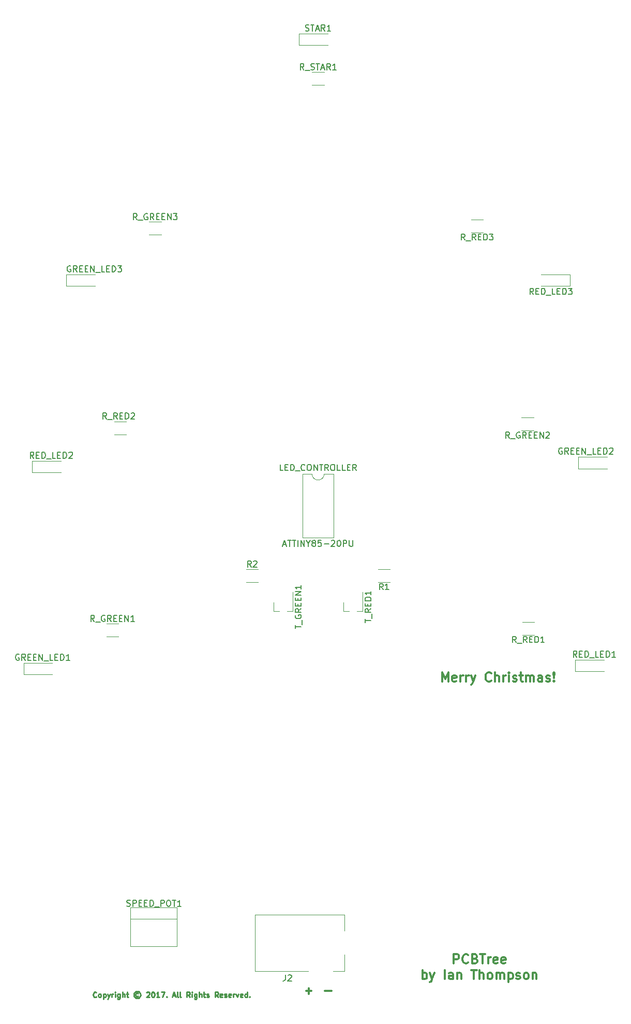
<source format=gbr>
G04 #@! TF.FileFunction,Legend,Top*
%FSLAX46Y46*%
G04 Gerber Fmt 4.6, Leading zero omitted, Abs format (unit mm)*
G04 Created by KiCad (PCBNEW 4.0.6) date Monday, November 13, 2017 'PMt' 07:08:10 PM*
%MOMM*%
%LPD*%
G01*
G04 APERTURE LIST*
%ADD10C,0.100000*%
%ADD11C,0.212500*%
%ADD12C,0.300000*%
%ADD13C,0.120000*%
%ADD14C,0.150000*%
G04 APERTURE END LIST*
D10*
D11*
X58956238Y-181876571D02*
X58915762Y-181917048D01*
X58794333Y-181957524D01*
X58713381Y-181957524D01*
X58591953Y-181917048D01*
X58511000Y-181836095D01*
X58470524Y-181755143D01*
X58430048Y-181593238D01*
X58430048Y-181471810D01*
X58470524Y-181309905D01*
X58511000Y-181228952D01*
X58591953Y-181148000D01*
X58713381Y-181107524D01*
X58794333Y-181107524D01*
X58915762Y-181148000D01*
X58956238Y-181188476D01*
X59441953Y-181957524D02*
X59361000Y-181917048D01*
X59320524Y-181876571D01*
X59280048Y-181795619D01*
X59280048Y-181552762D01*
X59320524Y-181471810D01*
X59361000Y-181431333D01*
X59441953Y-181390857D01*
X59563381Y-181390857D01*
X59644333Y-181431333D01*
X59684810Y-181471810D01*
X59725286Y-181552762D01*
X59725286Y-181795619D01*
X59684810Y-181876571D01*
X59644333Y-181917048D01*
X59563381Y-181957524D01*
X59441953Y-181957524D01*
X60089572Y-181390857D02*
X60089572Y-182240857D01*
X60089572Y-181431333D02*
X60170524Y-181390857D01*
X60332429Y-181390857D01*
X60413381Y-181431333D01*
X60453858Y-181471810D01*
X60494334Y-181552762D01*
X60494334Y-181795619D01*
X60453858Y-181876571D01*
X60413381Y-181917048D01*
X60332429Y-181957524D01*
X60170524Y-181957524D01*
X60089572Y-181917048D01*
X60777668Y-181390857D02*
X60980049Y-181957524D01*
X61182429Y-181390857D02*
X60980049Y-181957524D01*
X60899096Y-182159905D01*
X60858620Y-182200381D01*
X60777668Y-182240857D01*
X61506239Y-181957524D02*
X61506239Y-181390857D01*
X61506239Y-181552762D02*
X61546715Y-181471810D01*
X61587191Y-181431333D01*
X61668144Y-181390857D01*
X61749096Y-181390857D01*
X62032429Y-181957524D02*
X62032429Y-181390857D01*
X62032429Y-181107524D02*
X61991953Y-181148000D01*
X62032429Y-181188476D01*
X62072905Y-181148000D01*
X62032429Y-181107524D01*
X62032429Y-181188476D01*
X62801477Y-181390857D02*
X62801477Y-182078952D01*
X62761000Y-182159905D01*
X62720524Y-182200381D01*
X62639572Y-182240857D01*
X62518143Y-182240857D01*
X62437191Y-182200381D01*
X62801477Y-181917048D02*
X62720524Y-181957524D01*
X62558620Y-181957524D01*
X62477667Y-181917048D01*
X62437191Y-181876571D01*
X62396715Y-181795619D01*
X62396715Y-181552762D01*
X62437191Y-181471810D01*
X62477667Y-181431333D01*
X62558620Y-181390857D01*
X62720524Y-181390857D01*
X62801477Y-181431333D01*
X63206239Y-181957524D02*
X63206239Y-181107524D01*
X63570525Y-181957524D02*
X63570525Y-181512286D01*
X63530048Y-181431333D01*
X63449096Y-181390857D01*
X63327668Y-181390857D01*
X63246715Y-181431333D01*
X63206239Y-181471810D01*
X63853858Y-181390857D02*
X64177668Y-181390857D01*
X63975287Y-181107524D02*
X63975287Y-181836095D01*
X64015763Y-181917048D01*
X64096716Y-181957524D01*
X64177668Y-181957524D01*
X65796715Y-181309905D02*
X65715763Y-181269429D01*
X65553858Y-181269429D01*
X65472906Y-181309905D01*
X65391953Y-181390857D01*
X65351477Y-181471810D01*
X65351477Y-181633714D01*
X65391953Y-181714667D01*
X65472906Y-181795619D01*
X65553858Y-181836095D01*
X65715763Y-181836095D01*
X65796715Y-181795619D01*
X65634810Y-180986095D02*
X65432429Y-181026571D01*
X65230049Y-181148000D01*
X65108620Y-181350381D01*
X65068144Y-181552762D01*
X65108620Y-181755143D01*
X65230049Y-181957524D01*
X65432429Y-182078952D01*
X65634810Y-182119429D01*
X65837191Y-182078952D01*
X66039572Y-181957524D01*
X66161001Y-181755143D01*
X66201477Y-181552762D01*
X66161001Y-181350381D01*
X66039572Y-181148000D01*
X65837191Y-181026571D01*
X65634810Y-180986095D01*
X67172906Y-181188476D02*
X67213382Y-181148000D01*
X67294334Y-181107524D01*
X67496715Y-181107524D01*
X67577668Y-181148000D01*
X67618144Y-181188476D01*
X67658620Y-181269429D01*
X67658620Y-181350381D01*
X67618144Y-181471810D01*
X67132430Y-181957524D01*
X67658620Y-181957524D01*
X68184811Y-181107524D02*
X68265763Y-181107524D01*
X68346715Y-181148000D01*
X68387192Y-181188476D01*
X68427668Y-181269429D01*
X68468144Y-181431333D01*
X68468144Y-181633714D01*
X68427668Y-181795619D01*
X68387192Y-181876571D01*
X68346715Y-181917048D01*
X68265763Y-181957524D01*
X68184811Y-181957524D01*
X68103858Y-181917048D01*
X68063382Y-181876571D01*
X68022906Y-181795619D01*
X67982430Y-181633714D01*
X67982430Y-181431333D01*
X68022906Y-181269429D01*
X68063382Y-181188476D01*
X68103858Y-181148000D01*
X68184811Y-181107524D01*
X69277668Y-181957524D02*
X68791954Y-181957524D01*
X69034811Y-181957524D02*
X69034811Y-181107524D01*
X68953859Y-181228952D01*
X68872906Y-181309905D01*
X68791954Y-181350381D01*
X69561002Y-181107524D02*
X70127668Y-181107524D01*
X69763383Y-181957524D01*
X70451478Y-181876571D02*
X70491954Y-181917048D01*
X70451478Y-181957524D01*
X70411002Y-181917048D01*
X70451478Y-181876571D01*
X70451478Y-181957524D01*
X71463383Y-181714667D02*
X71868145Y-181714667D01*
X71382430Y-181957524D02*
X71665764Y-181107524D01*
X71949097Y-181957524D01*
X72353859Y-181957524D02*
X72272906Y-181917048D01*
X72232430Y-181836095D01*
X72232430Y-181107524D01*
X72799097Y-181957524D02*
X72718144Y-181917048D01*
X72677668Y-181836095D01*
X72677668Y-181107524D01*
X74256239Y-181957524D02*
X73972906Y-181552762D01*
X73770525Y-181957524D02*
X73770525Y-181107524D01*
X74094334Y-181107524D01*
X74175287Y-181148000D01*
X74215763Y-181188476D01*
X74256239Y-181269429D01*
X74256239Y-181390857D01*
X74215763Y-181471810D01*
X74175287Y-181512286D01*
X74094334Y-181552762D01*
X73770525Y-181552762D01*
X74620525Y-181957524D02*
X74620525Y-181390857D01*
X74620525Y-181107524D02*
X74580049Y-181148000D01*
X74620525Y-181188476D01*
X74661001Y-181148000D01*
X74620525Y-181107524D01*
X74620525Y-181188476D01*
X75389573Y-181390857D02*
X75389573Y-182078952D01*
X75349096Y-182159905D01*
X75308620Y-182200381D01*
X75227668Y-182240857D01*
X75106239Y-182240857D01*
X75025287Y-182200381D01*
X75389573Y-181917048D02*
X75308620Y-181957524D01*
X75146716Y-181957524D01*
X75065763Y-181917048D01*
X75025287Y-181876571D01*
X74984811Y-181795619D01*
X74984811Y-181552762D01*
X75025287Y-181471810D01*
X75065763Y-181431333D01*
X75146716Y-181390857D01*
X75308620Y-181390857D01*
X75389573Y-181431333D01*
X75794335Y-181957524D02*
X75794335Y-181107524D01*
X76158621Y-181957524D02*
X76158621Y-181512286D01*
X76118144Y-181431333D01*
X76037192Y-181390857D01*
X75915764Y-181390857D01*
X75834811Y-181431333D01*
X75794335Y-181471810D01*
X76441954Y-181390857D02*
X76765764Y-181390857D01*
X76563383Y-181107524D02*
X76563383Y-181836095D01*
X76603859Y-181917048D01*
X76684812Y-181957524D01*
X76765764Y-181957524D01*
X77008621Y-181917048D02*
X77089573Y-181957524D01*
X77251478Y-181957524D01*
X77332430Y-181917048D01*
X77372906Y-181836095D01*
X77372906Y-181795619D01*
X77332430Y-181714667D01*
X77251478Y-181674190D01*
X77130049Y-181674190D01*
X77049097Y-181633714D01*
X77008621Y-181552762D01*
X77008621Y-181512286D01*
X77049097Y-181431333D01*
X77130049Y-181390857D01*
X77251478Y-181390857D01*
X77332430Y-181431333D01*
X78870525Y-181957524D02*
X78587192Y-181552762D01*
X78384811Y-181957524D02*
X78384811Y-181107524D01*
X78708620Y-181107524D01*
X78789573Y-181148000D01*
X78830049Y-181188476D01*
X78870525Y-181269429D01*
X78870525Y-181390857D01*
X78830049Y-181471810D01*
X78789573Y-181512286D01*
X78708620Y-181552762D01*
X78384811Y-181552762D01*
X79558620Y-181917048D02*
X79477668Y-181957524D01*
X79315763Y-181957524D01*
X79234811Y-181917048D01*
X79194335Y-181836095D01*
X79194335Y-181512286D01*
X79234811Y-181431333D01*
X79315763Y-181390857D01*
X79477668Y-181390857D01*
X79558620Y-181431333D01*
X79599097Y-181512286D01*
X79599097Y-181593238D01*
X79194335Y-181674190D01*
X79922906Y-181917048D02*
X80003858Y-181957524D01*
X80165763Y-181957524D01*
X80246715Y-181917048D01*
X80287191Y-181836095D01*
X80287191Y-181795619D01*
X80246715Y-181714667D01*
X80165763Y-181674190D01*
X80044334Y-181674190D01*
X79963382Y-181633714D01*
X79922906Y-181552762D01*
X79922906Y-181512286D01*
X79963382Y-181431333D01*
X80044334Y-181390857D01*
X80165763Y-181390857D01*
X80246715Y-181431333D01*
X80975286Y-181917048D02*
X80894334Y-181957524D01*
X80732429Y-181957524D01*
X80651477Y-181917048D01*
X80611001Y-181836095D01*
X80611001Y-181512286D01*
X80651477Y-181431333D01*
X80732429Y-181390857D01*
X80894334Y-181390857D01*
X80975286Y-181431333D01*
X81015763Y-181512286D01*
X81015763Y-181593238D01*
X80611001Y-181674190D01*
X81380048Y-181957524D02*
X81380048Y-181390857D01*
X81380048Y-181552762D02*
X81420524Y-181471810D01*
X81461000Y-181431333D01*
X81541953Y-181390857D01*
X81622905Y-181390857D01*
X81825286Y-181390857D02*
X82027667Y-181957524D01*
X82230047Y-181390857D01*
X82877666Y-181917048D02*
X82796714Y-181957524D01*
X82634809Y-181957524D01*
X82553857Y-181917048D01*
X82513381Y-181836095D01*
X82513381Y-181512286D01*
X82553857Y-181431333D01*
X82634809Y-181390857D01*
X82796714Y-181390857D01*
X82877666Y-181431333D01*
X82918143Y-181512286D01*
X82918143Y-181593238D01*
X82513381Y-181674190D01*
X83646714Y-181957524D02*
X83646714Y-181107524D01*
X83646714Y-181917048D02*
X83565761Y-181957524D01*
X83403857Y-181957524D01*
X83322904Y-181917048D01*
X83282428Y-181876571D01*
X83241952Y-181795619D01*
X83241952Y-181552762D01*
X83282428Y-181471810D01*
X83322904Y-181431333D01*
X83403857Y-181390857D01*
X83565761Y-181390857D01*
X83646714Y-181431333D01*
X84051476Y-181876571D02*
X84091952Y-181917048D01*
X84051476Y-181957524D01*
X84011000Y-181917048D01*
X84051476Y-181876571D01*
X84051476Y-181957524D01*
D12*
X96329572Y-180955143D02*
X97472429Y-180955143D01*
X93268857Y-180933714D02*
X94183143Y-180933714D01*
X93726000Y-181390857D02*
X93726000Y-180476571D01*
X117451715Y-176441571D02*
X117451715Y-174941571D01*
X118023143Y-174941571D01*
X118166001Y-175013000D01*
X118237429Y-175084429D01*
X118308858Y-175227286D01*
X118308858Y-175441571D01*
X118237429Y-175584429D01*
X118166001Y-175655857D01*
X118023143Y-175727286D01*
X117451715Y-175727286D01*
X119808858Y-176298714D02*
X119737429Y-176370143D01*
X119523143Y-176441571D01*
X119380286Y-176441571D01*
X119166001Y-176370143D01*
X119023143Y-176227286D01*
X118951715Y-176084429D01*
X118880286Y-175798714D01*
X118880286Y-175584429D01*
X118951715Y-175298714D01*
X119023143Y-175155857D01*
X119166001Y-175013000D01*
X119380286Y-174941571D01*
X119523143Y-174941571D01*
X119737429Y-175013000D01*
X119808858Y-175084429D01*
X120951715Y-175655857D02*
X121166001Y-175727286D01*
X121237429Y-175798714D01*
X121308858Y-175941571D01*
X121308858Y-176155857D01*
X121237429Y-176298714D01*
X121166001Y-176370143D01*
X121023143Y-176441571D01*
X120451715Y-176441571D01*
X120451715Y-174941571D01*
X120951715Y-174941571D01*
X121094572Y-175013000D01*
X121166001Y-175084429D01*
X121237429Y-175227286D01*
X121237429Y-175370143D01*
X121166001Y-175513000D01*
X121094572Y-175584429D01*
X120951715Y-175655857D01*
X120451715Y-175655857D01*
X121737429Y-174941571D02*
X122594572Y-174941571D01*
X122166001Y-176441571D02*
X122166001Y-174941571D01*
X123094572Y-176441571D02*
X123094572Y-175441571D01*
X123094572Y-175727286D02*
X123166000Y-175584429D01*
X123237429Y-175513000D01*
X123380286Y-175441571D01*
X123523143Y-175441571D01*
X124594571Y-176370143D02*
X124451714Y-176441571D01*
X124166000Y-176441571D01*
X124023143Y-176370143D01*
X123951714Y-176227286D01*
X123951714Y-175655857D01*
X124023143Y-175513000D01*
X124166000Y-175441571D01*
X124451714Y-175441571D01*
X124594571Y-175513000D01*
X124666000Y-175655857D01*
X124666000Y-175798714D01*
X123951714Y-175941571D01*
X125880285Y-176370143D02*
X125737428Y-176441571D01*
X125451714Y-176441571D01*
X125308857Y-176370143D01*
X125237428Y-176227286D01*
X125237428Y-175655857D01*
X125308857Y-175513000D01*
X125451714Y-175441571D01*
X125737428Y-175441571D01*
X125880285Y-175513000D01*
X125951714Y-175655857D01*
X125951714Y-175798714D01*
X125237428Y-175941571D01*
X112344571Y-178991571D02*
X112344571Y-177491571D01*
X112344571Y-178063000D02*
X112487428Y-177991571D01*
X112773142Y-177991571D01*
X112915999Y-178063000D01*
X112987428Y-178134429D01*
X113058857Y-178277286D01*
X113058857Y-178705857D01*
X112987428Y-178848714D01*
X112915999Y-178920143D01*
X112773142Y-178991571D01*
X112487428Y-178991571D01*
X112344571Y-178920143D01*
X113558857Y-177991571D02*
X113916000Y-178991571D01*
X114273142Y-177991571D02*
X113916000Y-178991571D01*
X113773142Y-179348714D01*
X113701714Y-179420143D01*
X113558857Y-179491571D01*
X115987428Y-178991571D02*
X115987428Y-177491571D01*
X117344571Y-178991571D02*
X117344571Y-178205857D01*
X117273142Y-178063000D01*
X117130285Y-177991571D01*
X116844571Y-177991571D01*
X116701714Y-178063000D01*
X117344571Y-178920143D02*
X117201714Y-178991571D01*
X116844571Y-178991571D01*
X116701714Y-178920143D01*
X116630285Y-178777286D01*
X116630285Y-178634429D01*
X116701714Y-178491571D01*
X116844571Y-178420143D01*
X117201714Y-178420143D01*
X117344571Y-178348714D01*
X118058857Y-177991571D02*
X118058857Y-178991571D01*
X118058857Y-178134429D02*
X118130285Y-178063000D01*
X118273143Y-177991571D01*
X118487428Y-177991571D01*
X118630285Y-178063000D01*
X118701714Y-178205857D01*
X118701714Y-178991571D01*
X120344571Y-177491571D02*
X121201714Y-177491571D01*
X120773143Y-178991571D02*
X120773143Y-177491571D01*
X121701714Y-178991571D02*
X121701714Y-177491571D01*
X122344571Y-178991571D02*
X122344571Y-178205857D01*
X122273142Y-178063000D01*
X122130285Y-177991571D01*
X121916000Y-177991571D01*
X121773142Y-178063000D01*
X121701714Y-178134429D01*
X123273143Y-178991571D02*
X123130285Y-178920143D01*
X123058857Y-178848714D01*
X122987428Y-178705857D01*
X122987428Y-178277286D01*
X123058857Y-178134429D01*
X123130285Y-178063000D01*
X123273143Y-177991571D01*
X123487428Y-177991571D01*
X123630285Y-178063000D01*
X123701714Y-178134429D01*
X123773143Y-178277286D01*
X123773143Y-178705857D01*
X123701714Y-178848714D01*
X123630285Y-178920143D01*
X123487428Y-178991571D01*
X123273143Y-178991571D01*
X124416000Y-178991571D02*
X124416000Y-177991571D01*
X124416000Y-178134429D02*
X124487428Y-178063000D01*
X124630286Y-177991571D01*
X124844571Y-177991571D01*
X124987428Y-178063000D01*
X125058857Y-178205857D01*
X125058857Y-178991571D01*
X125058857Y-178205857D02*
X125130286Y-178063000D01*
X125273143Y-177991571D01*
X125487428Y-177991571D01*
X125630286Y-178063000D01*
X125701714Y-178205857D01*
X125701714Y-178991571D01*
X126416000Y-177991571D02*
X126416000Y-179491571D01*
X126416000Y-178063000D02*
X126558857Y-177991571D01*
X126844571Y-177991571D01*
X126987428Y-178063000D01*
X127058857Y-178134429D01*
X127130286Y-178277286D01*
X127130286Y-178705857D01*
X127058857Y-178848714D01*
X126987428Y-178920143D01*
X126844571Y-178991571D01*
X126558857Y-178991571D01*
X126416000Y-178920143D01*
X127701714Y-178920143D02*
X127844571Y-178991571D01*
X128130286Y-178991571D01*
X128273143Y-178920143D01*
X128344571Y-178777286D01*
X128344571Y-178705857D01*
X128273143Y-178563000D01*
X128130286Y-178491571D01*
X127916000Y-178491571D01*
X127773143Y-178420143D01*
X127701714Y-178277286D01*
X127701714Y-178205857D01*
X127773143Y-178063000D01*
X127916000Y-177991571D01*
X128130286Y-177991571D01*
X128273143Y-178063000D01*
X129201715Y-178991571D02*
X129058857Y-178920143D01*
X128987429Y-178848714D01*
X128916000Y-178705857D01*
X128916000Y-178277286D01*
X128987429Y-178134429D01*
X129058857Y-178063000D01*
X129201715Y-177991571D01*
X129416000Y-177991571D01*
X129558857Y-178063000D01*
X129630286Y-178134429D01*
X129701715Y-178277286D01*
X129701715Y-178705857D01*
X129630286Y-178848714D01*
X129558857Y-178920143D01*
X129416000Y-178991571D01*
X129201715Y-178991571D01*
X130344572Y-177991571D02*
X130344572Y-178991571D01*
X130344572Y-178134429D02*
X130416000Y-178063000D01*
X130558858Y-177991571D01*
X130773143Y-177991571D01*
X130916000Y-178063000D01*
X130987429Y-178205857D01*
X130987429Y-178991571D01*
X115571143Y-130345571D02*
X115571143Y-128845571D01*
X116071143Y-129917000D01*
X116571143Y-128845571D01*
X116571143Y-130345571D01*
X117856857Y-130274143D02*
X117714000Y-130345571D01*
X117428286Y-130345571D01*
X117285429Y-130274143D01*
X117214000Y-130131286D01*
X117214000Y-129559857D01*
X117285429Y-129417000D01*
X117428286Y-129345571D01*
X117714000Y-129345571D01*
X117856857Y-129417000D01*
X117928286Y-129559857D01*
X117928286Y-129702714D01*
X117214000Y-129845571D01*
X118571143Y-130345571D02*
X118571143Y-129345571D01*
X118571143Y-129631286D02*
X118642571Y-129488429D01*
X118714000Y-129417000D01*
X118856857Y-129345571D01*
X118999714Y-129345571D01*
X119499714Y-130345571D02*
X119499714Y-129345571D01*
X119499714Y-129631286D02*
X119571142Y-129488429D01*
X119642571Y-129417000D01*
X119785428Y-129345571D01*
X119928285Y-129345571D01*
X120285428Y-129345571D02*
X120642571Y-130345571D01*
X120999713Y-129345571D02*
X120642571Y-130345571D01*
X120499713Y-130702714D01*
X120428285Y-130774143D01*
X120285428Y-130845571D01*
X123571142Y-130202714D02*
X123499713Y-130274143D01*
X123285427Y-130345571D01*
X123142570Y-130345571D01*
X122928285Y-130274143D01*
X122785427Y-130131286D01*
X122713999Y-129988429D01*
X122642570Y-129702714D01*
X122642570Y-129488429D01*
X122713999Y-129202714D01*
X122785427Y-129059857D01*
X122928285Y-128917000D01*
X123142570Y-128845571D01*
X123285427Y-128845571D01*
X123499713Y-128917000D01*
X123571142Y-128988429D01*
X124213999Y-130345571D02*
X124213999Y-128845571D01*
X124856856Y-130345571D02*
X124856856Y-129559857D01*
X124785427Y-129417000D01*
X124642570Y-129345571D01*
X124428285Y-129345571D01*
X124285427Y-129417000D01*
X124213999Y-129488429D01*
X125571142Y-130345571D02*
X125571142Y-129345571D01*
X125571142Y-129631286D02*
X125642570Y-129488429D01*
X125713999Y-129417000D01*
X125856856Y-129345571D01*
X125999713Y-129345571D01*
X126499713Y-130345571D02*
X126499713Y-129345571D01*
X126499713Y-128845571D02*
X126428284Y-128917000D01*
X126499713Y-128988429D01*
X126571141Y-128917000D01*
X126499713Y-128845571D01*
X126499713Y-128988429D01*
X127142570Y-130274143D02*
X127285427Y-130345571D01*
X127571142Y-130345571D01*
X127713999Y-130274143D01*
X127785427Y-130131286D01*
X127785427Y-130059857D01*
X127713999Y-129917000D01*
X127571142Y-129845571D01*
X127356856Y-129845571D01*
X127213999Y-129774143D01*
X127142570Y-129631286D01*
X127142570Y-129559857D01*
X127213999Y-129417000D01*
X127356856Y-129345571D01*
X127571142Y-129345571D01*
X127713999Y-129417000D01*
X128213999Y-129345571D02*
X128785428Y-129345571D01*
X128428285Y-128845571D02*
X128428285Y-130131286D01*
X128499713Y-130274143D01*
X128642571Y-130345571D01*
X128785428Y-130345571D01*
X129285428Y-130345571D02*
X129285428Y-129345571D01*
X129285428Y-129488429D02*
X129356856Y-129417000D01*
X129499714Y-129345571D01*
X129713999Y-129345571D01*
X129856856Y-129417000D01*
X129928285Y-129559857D01*
X129928285Y-130345571D01*
X129928285Y-129559857D02*
X129999714Y-129417000D01*
X130142571Y-129345571D01*
X130356856Y-129345571D01*
X130499714Y-129417000D01*
X130571142Y-129559857D01*
X130571142Y-130345571D01*
X131928285Y-130345571D02*
X131928285Y-129559857D01*
X131856856Y-129417000D01*
X131713999Y-129345571D01*
X131428285Y-129345571D01*
X131285428Y-129417000D01*
X131928285Y-130274143D02*
X131785428Y-130345571D01*
X131428285Y-130345571D01*
X131285428Y-130274143D01*
X131213999Y-130131286D01*
X131213999Y-129988429D01*
X131285428Y-129845571D01*
X131428285Y-129774143D01*
X131785428Y-129774143D01*
X131928285Y-129702714D01*
X132571142Y-130274143D02*
X132713999Y-130345571D01*
X132999714Y-130345571D01*
X133142571Y-130274143D01*
X133213999Y-130131286D01*
X133213999Y-130059857D01*
X133142571Y-129917000D01*
X132999714Y-129845571D01*
X132785428Y-129845571D01*
X132642571Y-129774143D01*
X132571142Y-129631286D01*
X132571142Y-129559857D01*
X132642571Y-129417000D01*
X132785428Y-129345571D01*
X132999714Y-129345571D01*
X133142571Y-129417000D01*
X133856857Y-130202714D02*
X133928285Y-130274143D01*
X133856857Y-130345571D01*
X133785428Y-130274143D01*
X133856857Y-130202714D01*
X133856857Y-130345571D01*
X133856857Y-129774143D02*
X133785428Y-128917000D01*
X133856857Y-128845571D01*
X133928285Y-128917000D01*
X133856857Y-129774143D01*
X133856857Y-128845571D01*
D13*
X47065000Y-127320000D02*
X47065000Y-129220000D01*
X47065000Y-129220000D02*
X51765000Y-129220000D01*
X47065000Y-127320000D02*
X51765000Y-127320000D01*
X137870000Y-93665000D02*
X137870000Y-95565000D01*
X137870000Y-95565000D02*
X142570000Y-95565000D01*
X137870000Y-93665000D02*
X142570000Y-93665000D01*
X54050000Y-63820000D02*
X54050000Y-65720000D01*
X54050000Y-65720000D02*
X58750000Y-65720000D01*
X54050000Y-63820000D02*
X58750000Y-63820000D01*
X94250000Y-96400000D02*
X92680000Y-96400000D01*
X92680000Y-96400000D02*
X92680000Y-106800000D01*
X92680000Y-106800000D02*
X97820000Y-106800000D01*
X97820000Y-106800000D02*
X97820000Y-96400000D01*
X97820000Y-96400000D02*
X96250000Y-96400000D01*
X96250000Y-96400000D02*
G75*
G02X94250000Y-96400000I-1000000J0D01*
G01*
X137362000Y-126812000D02*
X137362000Y-128712000D01*
X137362000Y-128712000D02*
X142062000Y-128712000D01*
X137362000Y-126812000D02*
X142062000Y-126812000D01*
X48462000Y-94300000D02*
X48462000Y-96200000D01*
X48462000Y-96200000D02*
X53162000Y-96200000D01*
X48462000Y-94300000D02*
X53162000Y-94300000D01*
X136450000Y-65720000D02*
X136450000Y-63820000D01*
X136450000Y-63820000D02*
X131750000Y-63820000D01*
X136450000Y-65720000D02*
X131750000Y-65720000D01*
X62595000Y-122990000D02*
X60595000Y-122990000D01*
X60595000Y-120850000D02*
X62595000Y-120850000D01*
X128540000Y-87195000D02*
X130540000Y-87195000D01*
X130540000Y-89335000D02*
X128540000Y-89335000D01*
X69580000Y-57331000D02*
X67580000Y-57331000D01*
X67580000Y-55191000D02*
X69580000Y-55191000D01*
X128667000Y-120596000D02*
X130667000Y-120596000D01*
X130667000Y-122736000D02*
X128667000Y-122736000D01*
X63865000Y-89970000D02*
X61865000Y-89970000D01*
X61865000Y-87830000D02*
X63865000Y-87830000D01*
X120285000Y-54810000D02*
X122285000Y-54810000D01*
X122285000Y-56950000D02*
X120285000Y-56950000D01*
X96250000Y-32820000D02*
X94250000Y-32820000D01*
X94250000Y-30680000D02*
X96250000Y-30680000D01*
X64516000Y-167264000D02*
X64516000Y-173604000D01*
X72136000Y-167264000D02*
X72136000Y-173604000D01*
X72136000Y-169164000D02*
X64516000Y-169164000D01*
X64516000Y-167264000D02*
X72136000Y-167264000D01*
X72136000Y-173604000D02*
X64516000Y-173604000D01*
X92150000Y-24450000D02*
X92150000Y-26350000D01*
X92150000Y-26350000D02*
X96850000Y-26350000D01*
X92150000Y-24450000D02*
X96850000Y-24450000D01*
X93679000Y-177701000D02*
X84879000Y-177701000D01*
X84879000Y-177701000D02*
X84879000Y-168501000D01*
X99579000Y-175001000D02*
X99579000Y-177701000D01*
X99579000Y-177701000D02*
X97679000Y-177701000D01*
X84879000Y-168501000D02*
X99579000Y-168501000D01*
X99579000Y-168501000D02*
X99579000Y-171101000D01*
X105045000Y-111960000D02*
X107045000Y-111960000D01*
X107045000Y-114100000D02*
X105045000Y-114100000D01*
X85455000Y-114100000D02*
X83455000Y-114100000D01*
X83455000Y-111960000D02*
X85455000Y-111960000D01*
X87955000Y-118870000D02*
X88885000Y-118870000D01*
X91115000Y-118870000D02*
X90185000Y-118870000D01*
X91115000Y-118870000D02*
X91115000Y-115710000D01*
X87955000Y-118870000D02*
X87955000Y-117410000D01*
X99385000Y-118870000D02*
X100315000Y-118870000D01*
X102545000Y-118870000D02*
X101615000Y-118870000D01*
X102545000Y-118870000D02*
X102545000Y-115710000D01*
X99385000Y-118870000D02*
X99385000Y-117410000D01*
D14*
X46284048Y-125920000D02*
X46188810Y-125872381D01*
X46045953Y-125872381D01*
X45903095Y-125920000D01*
X45807857Y-126015238D01*
X45760238Y-126110476D01*
X45712619Y-126300952D01*
X45712619Y-126443810D01*
X45760238Y-126634286D01*
X45807857Y-126729524D01*
X45903095Y-126824762D01*
X46045953Y-126872381D01*
X46141191Y-126872381D01*
X46284048Y-126824762D01*
X46331667Y-126777143D01*
X46331667Y-126443810D01*
X46141191Y-126443810D01*
X47331667Y-126872381D02*
X46998333Y-126396190D01*
X46760238Y-126872381D02*
X46760238Y-125872381D01*
X47141191Y-125872381D01*
X47236429Y-125920000D01*
X47284048Y-125967619D01*
X47331667Y-126062857D01*
X47331667Y-126205714D01*
X47284048Y-126300952D01*
X47236429Y-126348571D01*
X47141191Y-126396190D01*
X46760238Y-126396190D01*
X47760238Y-126348571D02*
X48093572Y-126348571D01*
X48236429Y-126872381D02*
X47760238Y-126872381D01*
X47760238Y-125872381D01*
X48236429Y-125872381D01*
X48665000Y-126348571D02*
X48998334Y-126348571D01*
X49141191Y-126872381D02*
X48665000Y-126872381D01*
X48665000Y-125872381D01*
X49141191Y-125872381D01*
X49569762Y-126872381D02*
X49569762Y-125872381D01*
X50141191Y-126872381D01*
X50141191Y-125872381D01*
X50379286Y-126967619D02*
X51141191Y-126967619D01*
X51855477Y-126872381D02*
X51379286Y-126872381D01*
X51379286Y-125872381D01*
X52188810Y-126348571D02*
X52522144Y-126348571D01*
X52665001Y-126872381D02*
X52188810Y-126872381D01*
X52188810Y-125872381D01*
X52665001Y-125872381D01*
X53093572Y-126872381D02*
X53093572Y-125872381D01*
X53331667Y-125872381D01*
X53474525Y-125920000D01*
X53569763Y-126015238D01*
X53617382Y-126110476D01*
X53665001Y-126300952D01*
X53665001Y-126443810D01*
X53617382Y-126634286D01*
X53569763Y-126729524D01*
X53474525Y-126824762D01*
X53331667Y-126872381D01*
X53093572Y-126872381D01*
X54617382Y-126872381D02*
X54045953Y-126872381D01*
X54331667Y-126872381D02*
X54331667Y-125872381D01*
X54236429Y-126015238D01*
X54141191Y-126110476D01*
X54045953Y-126158095D01*
X135184048Y-92210000D02*
X135088810Y-92162381D01*
X134945953Y-92162381D01*
X134803095Y-92210000D01*
X134707857Y-92305238D01*
X134660238Y-92400476D01*
X134612619Y-92590952D01*
X134612619Y-92733810D01*
X134660238Y-92924286D01*
X134707857Y-93019524D01*
X134803095Y-93114762D01*
X134945953Y-93162381D01*
X135041191Y-93162381D01*
X135184048Y-93114762D01*
X135231667Y-93067143D01*
X135231667Y-92733810D01*
X135041191Y-92733810D01*
X136231667Y-93162381D02*
X135898333Y-92686190D01*
X135660238Y-93162381D02*
X135660238Y-92162381D01*
X136041191Y-92162381D01*
X136136429Y-92210000D01*
X136184048Y-92257619D01*
X136231667Y-92352857D01*
X136231667Y-92495714D01*
X136184048Y-92590952D01*
X136136429Y-92638571D01*
X136041191Y-92686190D01*
X135660238Y-92686190D01*
X136660238Y-92638571D02*
X136993572Y-92638571D01*
X137136429Y-93162381D02*
X136660238Y-93162381D01*
X136660238Y-92162381D01*
X137136429Y-92162381D01*
X137565000Y-92638571D02*
X137898334Y-92638571D01*
X138041191Y-93162381D02*
X137565000Y-93162381D01*
X137565000Y-92162381D01*
X138041191Y-92162381D01*
X138469762Y-93162381D02*
X138469762Y-92162381D01*
X139041191Y-93162381D01*
X139041191Y-92162381D01*
X139279286Y-93257619D02*
X140041191Y-93257619D01*
X140755477Y-93162381D02*
X140279286Y-93162381D01*
X140279286Y-92162381D01*
X141088810Y-92638571D02*
X141422144Y-92638571D01*
X141565001Y-93162381D02*
X141088810Y-93162381D01*
X141088810Y-92162381D01*
X141565001Y-92162381D01*
X141993572Y-93162381D02*
X141993572Y-92162381D01*
X142231667Y-92162381D01*
X142374525Y-92210000D01*
X142469763Y-92305238D01*
X142517382Y-92400476D01*
X142565001Y-92590952D01*
X142565001Y-92733810D01*
X142517382Y-92924286D01*
X142469763Y-93019524D01*
X142374525Y-93114762D01*
X142231667Y-93162381D01*
X141993572Y-93162381D01*
X142945953Y-92257619D02*
X142993572Y-92210000D01*
X143088810Y-92162381D01*
X143326906Y-92162381D01*
X143422144Y-92210000D01*
X143469763Y-92257619D01*
X143517382Y-92352857D01*
X143517382Y-92448095D01*
X143469763Y-92590952D01*
X142898334Y-93162381D01*
X143517382Y-93162381D01*
X54729548Y-62428500D02*
X54634310Y-62380881D01*
X54491453Y-62380881D01*
X54348595Y-62428500D01*
X54253357Y-62523738D01*
X54205738Y-62618976D01*
X54158119Y-62809452D01*
X54158119Y-62952310D01*
X54205738Y-63142786D01*
X54253357Y-63238024D01*
X54348595Y-63333262D01*
X54491453Y-63380881D01*
X54586691Y-63380881D01*
X54729548Y-63333262D01*
X54777167Y-63285643D01*
X54777167Y-62952310D01*
X54586691Y-62952310D01*
X55777167Y-63380881D02*
X55443833Y-62904690D01*
X55205738Y-63380881D02*
X55205738Y-62380881D01*
X55586691Y-62380881D01*
X55681929Y-62428500D01*
X55729548Y-62476119D01*
X55777167Y-62571357D01*
X55777167Y-62714214D01*
X55729548Y-62809452D01*
X55681929Y-62857071D01*
X55586691Y-62904690D01*
X55205738Y-62904690D01*
X56205738Y-62857071D02*
X56539072Y-62857071D01*
X56681929Y-63380881D02*
X56205738Y-63380881D01*
X56205738Y-62380881D01*
X56681929Y-62380881D01*
X57110500Y-62857071D02*
X57443834Y-62857071D01*
X57586691Y-63380881D02*
X57110500Y-63380881D01*
X57110500Y-62380881D01*
X57586691Y-62380881D01*
X58015262Y-63380881D02*
X58015262Y-62380881D01*
X58586691Y-63380881D01*
X58586691Y-62380881D01*
X58824786Y-63476119D02*
X59586691Y-63476119D01*
X60300977Y-63380881D02*
X59824786Y-63380881D01*
X59824786Y-62380881D01*
X60634310Y-62857071D02*
X60967644Y-62857071D01*
X61110501Y-63380881D02*
X60634310Y-63380881D01*
X60634310Y-62380881D01*
X61110501Y-62380881D01*
X61539072Y-63380881D02*
X61539072Y-62380881D01*
X61777167Y-62380881D01*
X61920025Y-62428500D01*
X62015263Y-62523738D01*
X62062882Y-62618976D01*
X62110501Y-62809452D01*
X62110501Y-62952310D01*
X62062882Y-63142786D01*
X62015263Y-63238024D01*
X61920025Y-63333262D01*
X61777167Y-63380881D01*
X61539072Y-63380881D01*
X62443834Y-62380881D02*
X63062882Y-62380881D01*
X62729548Y-62761833D01*
X62872406Y-62761833D01*
X62967644Y-62809452D01*
X63015263Y-62857071D01*
X63062882Y-62952310D01*
X63062882Y-63190405D01*
X63015263Y-63285643D01*
X62967644Y-63333262D01*
X62872406Y-63380881D01*
X62586691Y-63380881D01*
X62491453Y-63333262D01*
X62443834Y-63285643D01*
X89511905Y-95852381D02*
X89035714Y-95852381D01*
X89035714Y-94852381D01*
X89845238Y-95328571D02*
X90178572Y-95328571D01*
X90321429Y-95852381D02*
X89845238Y-95852381D01*
X89845238Y-94852381D01*
X90321429Y-94852381D01*
X90750000Y-95852381D02*
X90750000Y-94852381D01*
X90988095Y-94852381D01*
X91130953Y-94900000D01*
X91226191Y-94995238D01*
X91273810Y-95090476D01*
X91321429Y-95280952D01*
X91321429Y-95423810D01*
X91273810Y-95614286D01*
X91226191Y-95709524D01*
X91130953Y-95804762D01*
X90988095Y-95852381D01*
X90750000Y-95852381D01*
X91511905Y-95947619D02*
X92273810Y-95947619D01*
X93083334Y-95757143D02*
X93035715Y-95804762D01*
X92892858Y-95852381D01*
X92797620Y-95852381D01*
X92654762Y-95804762D01*
X92559524Y-95709524D01*
X92511905Y-95614286D01*
X92464286Y-95423810D01*
X92464286Y-95280952D01*
X92511905Y-95090476D01*
X92559524Y-94995238D01*
X92654762Y-94900000D01*
X92797620Y-94852381D01*
X92892858Y-94852381D01*
X93035715Y-94900000D01*
X93083334Y-94947619D01*
X93702381Y-94852381D02*
X93892858Y-94852381D01*
X93988096Y-94900000D01*
X94083334Y-94995238D01*
X94130953Y-95185714D01*
X94130953Y-95519048D01*
X94083334Y-95709524D01*
X93988096Y-95804762D01*
X93892858Y-95852381D01*
X93702381Y-95852381D01*
X93607143Y-95804762D01*
X93511905Y-95709524D01*
X93464286Y-95519048D01*
X93464286Y-95185714D01*
X93511905Y-94995238D01*
X93607143Y-94900000D01*
X93702381Y-94852381D01*
X94559524Y-95852381D02*
X94559524Y-94852381D01*
X95130953Y-95852381D01*
X95130953Y-94852381D01*
X95464286Y-94852381D02*
X96035715Y-94852381D01*
X95750000Y-95852381D02*
X95750000Y-94852381D01*
X96940477Y-95852381D02*
X96607143Y-95376190D01*
X96369048Y-95852381D02*
X96369048Y-94852381D01*
X96750001Y-94852381D01*
X96845239Y-94900000D01*
X96892858Y-94947619D01*
X96940477Y-95042857D01*
X96940477Y-95185714D01*
X96892858Y-95280952D01*
X96845239Y-95328571D01*
X96750001Y-95376190D01*
X96369048Y-95376190D01*
X97559524Y-94852381D02*
X97750001Y-94852381D01*
X97845239Y-94900000D01*
X97940477Y-94995238D01*
X97988096Y-95185714D01*
X97988096Y-95519048D01*
X97940477Y-95709524D01*
X97845239Y-95804762D01*
X97750001Y-95852381D01*
X97559524Y-95852381D01*
X97464286Y-95804762D01*
X97369048Y-95709524D01*
X97321429Y-95519048D01*
X97321429Y-95185714D01*
X97369048Y-94995238D01*
X97464286Y-94900000D01*
X97559524Y-94852381D01*
X98892858Y-95852381D02*
X98416667Y-95852381D01*
X98416667Y-94852381D01*
X99702382Y-95852381D02*
X99226191Y-95852381D01*
X99226191Y-94852381D01*
X100035715Y-95328571D02*
X100369049Y-95328571D01*
X100511906Y-95852381D02*
X100035715Y-95852381D01*
X100035715Y-94852381D01*
X100511906Y-94852381D01*
X101511906Y-95852381D02*
X101178572Y-95376190D01*
X100940477Y-95852381D02*
X100940477Y-94852381D01*
X101321430Y-94852381D01*
X101416668Y-94900000D01*
X101464287Y-94947619D01*
X101511906Y-95042857D01*
X101511906Y-95185714D01*
X101464287Y-95280952D01*
X101416668Y-95328571D01*
X101321430Y-95376190D01*
X100940477Y-95376190D01*
X89511905Y-107966667D02*
X89988096Y-107966667D01*
X89416667Y-108252381D02*
X89750000Y-107252381D01*
X90083334Y-108252381D01*
X90273810Y-107252381D02*
X90845239Y-107252381D01*
X90559524Y-108252381D02*
X90559524Y-107252381D01*
X91035715Y-107252381D02*
X91607144Y-107252381D01*
X91321429Y-108252381D02*
X91321429Y-107252381D01*
X91940477Y-108252381D02*
X91940477Y-107252381D01*
X92416667Y-108252381D02*
X92416667Y-107252381D01*
X92988096Y-108252381D01*
X92988096Y-107252381D01*
X93654762Y-107776190D02*
X93654762Y-108252381D01*
X93321429Y-107252381D02*
X93654762Y-107776190D01*
X93988096Y-107252381D01*
X94464286Y-107680952D02*
X94369048Y-107633333D01*
X94321429Y-107585714D01*
X94273810Y-107490476D01*
X94273810Y-107442857D01*
X94321429Y-107347619D01*
X94369048Y-107300000D01*
X94464286Y-107252381D01*
X94654763Y-107252381D01*
X94750001Y-107300000D01*
X94797620Y-107347619D01*
X94845239Y-107442857D01*
X94845239Y-107490476D01*
X94797620Y-107585714D01*
X94750001Y-107633333D01*
X94654763Y-107680952D01*
X94464286Y-107680952D01*
X94369048Y-107728571D01*
X94321429Y-107776190D01*
X94273810Y-107871429D01*
X94273810Y-108061905D01*
X94321429Y-108157143D01*
X94369048Y-108204762D01*
X94464286Y-108252381D01*
X94654763Y-108252381D01*
X94750001Y-108204762D01*
X94797620Y-108157143D01*
X94845239Y-108061905D01*
X94845239Y-107871429D01*
X94797620Y-107776190D01*
X94750001Y-107728571D01*
X94654763Y-107680952D01*
X95750001Y-107252381D02*
X95273810Y-107252381D01*
X95226191Y-107728571D01*
X95273810Y-107680952D01*
X95369048Y-107633333D01*
X95607144Y-107633333D01*
X95702382Y-107680952D01*
X95750001Y-107728571D01*
X95797620Y-107823810D01*
X95797620Y-108061905D01*
X95750001Y-108157143D01*
X95702382Y-108204762D01*
X95607144Y-108252381D01*
X95369048Y-108252381D01*
X95273810Y-108204762D01*
X95226191Y-108157143D01*
X96226191Y-107871429D02*
X96988096Y-107871429D01*
X97416667Y-107347619D02*
X97464286Y-107300000D01*
X97559524Y-107252381D01*
X97797620Y-107252381D01*
X97892858Y-107300000D01*
X97940477Y-107347619D01*
X97988096Y-107442857D01*
X97988096Y-107538095D01*
X97940477Y-107680952D01*
X97369048Y-108252381D01*
X97988096Y-108252381D01*
X98607143Y-107252381D02*
X98702382Y-107252381D01*
X98797620Y-107300000D01*
X98845239Y-107347619D01*
X98892858Y-107442857D01*
X98940477Y-107633333D01*
X98940477Y-107871429D01*
X98892858Y-108061905D01*
X98845239Y-108157143D01*
X98797620Y-108204762D01*
X98702382Y-108252381D01*
X98607143Y-108252381D01*
X98511905Y-108204762D01*
X98464286Y-108157143D01*
X98416667Y-108061905D01*
X98369048Y-107871429D01*
X98369048Y-107633333D01*
X98416667Y-107442857D01*
X98464286Y-107347619D01*
X98511905Y-107300000D01*
X98607143Y-107252381D01*
X99369048Y-108252381D02*
X99369048Y-107252381D01*
X99750001Y-107252381D01*
X99845239Y-107300000D01*
X99892858Y-107347619D01*
X99940477Y-107442857D01*
X99940477Y-107585714D01*
X99892858Y-107680952D01*
X99845239Y-107728571D01*
X99750001Y-107776190D01*
X99369048Y-107776190D01*
X100369048Y-107252381D02*
X100369048Y-108061905D01*
X100416667Y-108157143D01*
X100464286Y-108204762D01*
X100559524Y-108252381D01*
X100750001Y-108252381D01*
X100845239Y-108204762D01*
X100892858Y-108157143D01*
X100940477Y-108061905D01*
X100940477Y-107252381D01*
X137604857Y-126364381D02*
X137271523Y-125888190D01*
X137033428Y-126364381D02*
X137033428Y-125364381D01*
X137414381Y-125364381D01*
X137509619Y-125412000D01*
X137557238Y-125459619D01*
X137604857Y-125554857D01*
X137604857Y-125697714D01*
X137557238Y-125792952D01*
X137509619Y-125840571D01*
X137414381Y-125888190D01*
X137033428Y-125888190D01*
X138033428Y-125840571D02*
X138366762Y-125840571D01*
X138509619Y-126364381D02*
X138033428Y-126364381D01*
X138033428Y-125364381D01*
X138509619Y-125364381D01*
X138938190Y-126364381D02*
X138938190Y-125364381D01*
X139176285Y-125364381D01*
X139319143Y-125412000D01*
X139414381Y-125507238D01*
X139462000Y-125602476D01*
X139509619Y-125792952D01*
X139509619Y-125935810D01*
X139462000Y-126126286D01*
X139414381Y-126221524D01*
X139319143Y-126316762D01*
X139176285Y-126364381D01*
X138938190Y-126364381D01*
X139700095Y-126459619D02*
X140462000Y-126459619D01*
X141176286Y-126364381D02*
X140700095Y-126364381D01*
X140700095Y-125364381D01*
X141509619Y-125840571D02*
X141842953Y-125840571D01*
X141985810Y-126364381D02*
X141509619Y-126364381D01*
X141509619Y-125364381D01*
X141985810Y-125364381D01*
X142414381Y-126364381D02*
X142414381Y-125364381D01*
X142652476Y-125364381D01*
X142795334Y-125412000D01*
X142890572Y-125507238D01*
X142938191Y-125602476D01*
X142985810Y-125792952D01*
X142985810Y-125935810D01*
X142938191Y-126126286D01*
X142890572Y-126221524D01*
X142795334Y-126316762D01*
X142652476Y-126364381D01*
X142414381Y-126364381D01*
X143938191Y-126364381D02*
X143366762Y-126364381D01*
X143652476Y-126364381D02*
X143652476Y-125364381D01*
X143557238Y-125507238D01*
X143462000Y-125602476D01*
X143366762Y-125650095D01*
X48704857Y-93852381D02*
X48371523Y-93376190D01*
X48133428Y-93852381D02*
X48133428Y-92852381D01*
X48514381Y-92852381D01*
X48609619Y-92900000D01*
X48657238Y-92947619D01*
X48704857Y-93042857D01*
X48704857Y-93185714D01*
X48657238Y-93280952D01*
X48609619Y-93328571D01*
X48514381Y-93376190D01*
X48133428Y-93376190D01*
X49133428Y-93328571D02*
X49466762Y-93328571D01*
X49609619Y-93852381D02*
X49133428Y-93852381D01*
X49133428Y-92852381D01*
X49609619Y-92852381D01*
X50038190Y-93852381D02*
X50038190Y-92852381D01*
X50276285Y-92852381D01*
X50419143Y-92900000D01*
X50514381Y-92995238D01*
X50562000Y-93090476D01*
X50609619Y-93280952D01*
X50609619Y-93423810D01*
X50562000Y-93614286D01*
X50514381Y-93709524D01*
X50419143Y-93804762D01*
X50276285Y-93852381D01*
X50038190Y-93852381D01*
X50800095Y-93947619D02*
X51562000Y-93947619D01*
X52276286Y-93852381D02*
X51800095Y-93852381D01*
X51800095Y-92852381D01*
X52609619Y-93328571D02*
X52942953Y-93328571D01*
X53085810Y-93852381D02*
X52609619Y-93852381D01*
X52609619Y-92852381D01*
X53085810Y-92852381D01*
X53514381Y-93852381D02*
X53514381Y-92852381D01*
X53752476Y-92852381D01*
X53895334Y-92900000D01*
X53990572Y-92995238D01*
X54038191Y-93090476D01*
X54085810Y-93280952D01*
X54085810Y-93423810D01*
X54038191Y-93614286D01*
X53990572Y-93709524D01*
X53895334Y-93804762D01*
X53752476Y-93852381D01*
X53514381Y-93852381D01*
X54466762Y-92947619D02*
X54514381Y-92900000D01*
X54609619Y-92852381D01*
X54847715Y-92852381D01*
X54942953Y-92900000D01*
X54990572Y-92947619D01*
X55038191Y-93042857D01*
X55038191Y-93138095D01*
X54990572Y-93280952D01*
X54419143Y-93852381D01*
X55038191Y-93852381D01*
X130492857Y-67072381D02*
X130159523Y-66596190D01*
X129921428Y-67072381D02*
X129921428Y-66072381D01*
X130302381Y-66072381D01*
X130397619Y-66120000D01*
X130445238Y-66167619D01*
X130492857Y-66262857D01*
X130492857Y-66405714D01*
X130445238Y-66500952D01*
X130397619Y-66548571D01*
X130302381Y-66596190D01*
X129921428Y-66596190D01*
X130921428Y-66548571D02*
X131254762Y-66548571D01*
X131397619Y-67072381D02*
X130921428Y-67072381D01*
X130921428Y-66072381D01*
X131397619Y-66072381D01*
X131826190Y-67072381D02*
X131826190Y-66072381D01*
X132064285Y-66072381D01*
X132207143Y-66120000D01*
X132302381Y-66215238D01*
X132350000Y-66310476D01*
X132397619Y-66500952D01*
X132397619Y-66643810D01*
X132350000Y-66834286D01*
X132302381Y-66929524D01*
X132207143Y-67024762D01*
X132064285Y-67072381D01*
X131826190Y-67072381D01*
X132588095Y-67167619D02*
X133350000Y-67167619D01*
X134064286Y-67072381D02*
X133588095Y-67072381D01*
X133588095Y-66072381D01*
X134397619Y-66548571D02*
X134730953Y-66548571D01*
X134873810Y-67072381D02*
X134397619Y-67072381D01*
X134397619Y-66072381D01*
X134873810Y-66072381D01*
X135302381Y-67072381D02*
X135302381Y-66072381D01*
X135540476Y-66072381D01*
X135683334Y-66120000D01*
X135778572Y-66215238D01*
X135826191Y-66310476D01*
X135873810Y-66500952D01*
X135873810Y-66643810D01*
X135826191Y-66834286D01*
X135778572Y-66929524D01*
X135683334Y-67024762D01*
X135540476Y-67072381D01*
X135302381Y-67072381D01*
X136207143Y-66072381D02*
X136826191Y-66072381D01*
X136492857Y-66453333D01*
X136635715Y-66453333D01*
X136730953Y-66500952D01*
X136778572Y-66548571D01*
X136826191Y-66643810D01*
X136826191Y-66881905D01*
X136778572Y-66977143D01*
X136730953Y-67024762D01*
X136635715Y-67072381D01*
X136350000Y-67072381D01*
X136254762Y-67024762D01*
X136207143Y-66977143D01*
X58618810Y-120522381D02*
X58285476Y-120046190D01*
X58047381Y-120522381D02*
X58047381Y-119522381D01*
X58428334Y-119522381D01*
X58523572Y-119570000D01*
X58571191Y-119617619D01*
X58618810Y-119712857D01*
X58618810Y-119855714D01*
X58571191Y-119950952D01*
X58523572Y-119998571D01*
X58428334Y-120046190D01*
X58047381Y-120046190D01*
X58809286Y-120617619D02*
X59571191Y-120617619D01*
X60333096Y-119570000D02*
X60237858Y-119522381D01*
X60095001Y-119522381D01*
X59952143Y-119570000D01*
X59856905Y-119665238D01*
X59809286Y-119760476D01*
X59761667Y-119950952D01*
X59761667Y-120093810D01*
X59809286Y-120284286D01*
X59856905Y-120379524D01*
X59952143Y-120474762D01*
X60095001Y-120522381D01*
X60190239Y-120522381D01*
X60333096Y-120474762D01*
X60380715Y-120427143D01*
X60380715Y-120093810D01*
X60190239Y-120093810D01*
X61380715Y-120522381D02*
X61047381Y-120046190D01*
X60809286Y-120522381D02*
X60809286Y-119522381D01*
X61190239Y-119522381D01*
X61285477Y-119570000D01*
X61333096Y-119617619D01*
X61380715Y-119712857D01*
X61380715Y-119855714D01*
X61333096Y-119950952D01*
X61285477Y-119998571D01*
X61190239Y-120046190D01*
X60809286Y-120046190D01*
X61809286Y-119998571D02*
X62142620Y-119998571D01*
X62285477Y-120522381D02*
X61809286Y-120522381D01*
X61809286Y-119522381D01*
X62285477Y-119522381D01*
X62714048Y-119998571D02*
X63047382Y-119998571D01*
X63190239Y-120522381D02*
X62714048Y-120522381D01*
X62714048Y-119522381D01*
X63190239Y-119522381D01*
X63618810Y-120522381D02*
X63618810Y-119522381D01*
X64190239Y-120522381D01*
X64190239Y-119522381D01*
X65190239Y-120522381D02*
X64618810Y-120522381D01*
X64904524Y-120522381D02*
X64904524Y-119522381D01*
X64809286Y-119665238D01*
X64714048Y-119760476D01*
X64618810Y-119808095D01*
X126563810Y-90567381D02*
X126230476Y-90091190D01*
X125992381Y-90567381D02*
X125992381Y-89567381D01*
X126373334Y-89567381D01*
X126468572Y-89615000D01*
X126516191Y-89662619D01*
X126563810Y-89757857D01*
X126563810Y-89900714D01*
X126516191Y-89995952D01*
X126468572Y-90043571D01*
X126373334Y-90091190D01*
X125992381Y-90091190D01*
X126754286Y-90662619D02*
X127516191Y-90662619D01*
X128278096Y-89615000D02*
X128182858Y-89567381D01*
X128040001Y-89567381D01*
X127897143Y-89615000D01*
X127801905Y-89710238D01*
X127754286Y-89805476D01*
X127706667Y-89995952D01*
X127706667Y-90138810D01*
X127754286Y-90329286D01*
X127801905Y-90424524D01*
X127897143Y-90519762D01*
X128040001Y-90567381D01*
X128135239Y-90567381D01*
X128278096Y-90519762D01*
X128325715Y-90472143D01*
X128325715Y-90138810D01*
X128135239Y-90138810D01*
X129325715Y-90567381D02*
X128992381Y-90091190D01*
X128754286Y-90567381D02*
X128754286Y-89567381D01*
X129135239Y-89567381D01*
X129230477Y-89615000D01*
X129278096Y-89662619D01*
X129325715Y-89757857D01*
X129325715Y-89900714D01*
X129278096Y-89995952D01*
X129230477Y-90043571D01*
X129135239Y-90091190D01*
X128754286Y-90091190D01*
X129754286Y-90043571D02*
X130087620Y-90043571D01*
X130230477Y-90567381D02*
X129754286Y-90567381D01*
X129754286Y-89567381D01*
X130230477Y-89567381D01*
X130659048Y-90043571D02*
X130992382Y-90043571D01*
X131135239Y-90567381D02*
X130659048Y-90567381D01*
X130659048Y-89567381D01*
X131135239Y-89567381D01*
X131563810Y-90567381D02*
X131563810Y-89567381D01*
X132135239Y-90567381D01*
X132135239Y-89567381D01*
X132563810Y-89662619D02*
X132611429Y-89615000D01*
X132706667Y-89567381D01*
X132944763Y-89567381D01*
X133040001Y-89615000D01*
X133087620Y-89662619D01*
X133135239Y-89757857D01*
X133135239Y-89853095D01*
X133087620Y-89995952D01*
X132516191Y-90567381D01*
X133135239Y-90567381D01*
X65603810Y-54863381D02*
X65270476Y-54387190D01*
X65032381Y-54863381D02*
X65032381Y-53863381D01*
X65413334Y-53863381D01*
X65508572Y-53911000D01*
X65556191Y-53958619D01*
X65603810Y-54053857D01*
X65603810Y-54196714D01*
X65556191Y-54291952D01*
X65508572Y-54339571D01*
X65413334Y-54387190D01*
X65032381Y-54387190D01*
X65794286Y-54958619D02*
X66556191Y-54958619D01*
X67318096Y-53911000D02*
X67222858Y-53863381D01*
X67080001Y-53863381D01*
X66937143Y-53911000D01*
X66841905Y-54006238D01*
X66794286Y-54101476D01*
X66746667Y-54291952D01*
X66746667Y-54434810D01*
X66794286Y-54625286D01*
X66841905Y-54720524D01*
X66937143Y-54815762D01*
X67080001Y-54863381D01*
X67175239Y-54863381D01*
X67318096Y-54815762D01*
X67365715Y-54768143D01*
X67365715Y-54434810D01*
X67175239Y-54434810D01*
X68365715Y-54863381D02*
X68032381Y-54387190D01*
X67794286Y-54863381D02*
X67794286Y-53863381D01*
X68175239Y-53863381D01*
X68270477Y-53911000D01*
X68318096Y-53958619D01*
X68365715Y-54053857D01*
X68365715Y-54196714D01*
X68318096Y-54291952D01*
X68270477Y-54339571D01*
X68175239Y-54387190D01*
X67794286Y-54387190D01*
X68794286Y-54339571D02*
X69127620Y-54339571D01*
X69270477Y-54863381D02*
X68794286Y-54863381D01*
X68794286Y-53863381D01*
X69270477Y-53863381D01*
X69699048Y-54339571D02*
X70032382Y-54339571D01*
X70175239Y-54863381D02*
X69699048Y-54863381D01*
X69699048Y-53863381D01*
X70175239Y-53863381D01*
X70603810Y-54863381D02*
X70603810Y-53863381D01*
X71175239Y-54863381D01*
X71175239Y-53863381D01*
X71556191Y-53863381D02*
X72175239Y-53863381D01*
X71841905Y-54244333D01*
X71984763Y-54244333D01*
X72080001Y-54291952D01*
X72127620Y-54339571D01*
X72175239Y-54434810D01*
X72175239Y-54672905D01*
X72127620Y-54768143D01*
X72080001Y-54815762D01*
X71984763Y-54863381D01*
X71699048Y-54863381D01*
X71603810Y-54815762D01*
X71556191Y-54768143D01*
X127667000Y-123968381D02*
X127333666Y-123492190D01*
X127095571Y-123968381D02*
X127095571Y-122968381D01*
X127476524Y-122968381D01*
X127571762Y-123016000D01*
X127619381Y-123063619D01*
X127667000Y-123158857D01*
X127667000Y-123301714D01*
X127619381Y-123396952D01*
X127571762Y-123444571D01*
X127476524Y-123492190D01*
X127095571Y-123492190D01*
X127857476Y-124063619D02*
X128619381Y-124063619D01*
X129428905Y-123968381D02*
X129095571Y-123492190D01*
X128857476Y-123968381D02*
X128857476Y-122968381D01*
X129238429Y-122968381D01*
X129333667Y-123016000D01*
X129381286Y-123063619D01*
X129428905Y-123158857D01*
X129428905Y-123301714D01*
X129381286Y-123396952D01*
X129333667Y-123444571D01*
X129238429Y-123492190D01*
X128857476Y-123492190D01*
X129857476Y-123444571D02*
X130190810Y-123444571D01*
X130333667Y-123968381D02*
X129857476Y-123968381D01*
X129857476Y-122968381D01*
X130333667Y-122968381D01*
X130762238Y-123968381D02*
X130762238Y-122968381D01*
X131000333Y-122968381D01*
X131143191Y-123016000D01*
X131238429Y-123111238D01*
X131286048Y-123206476D01*
X131333667Y-123396952D01*
X131333667Y-123539810D01*
X131286048Y-123730286D01*
X131238429Y-123825524D01*
X131143191Y-123920762D01*
X131000333Y-123968381D01*
X130762238Y-123968381D01*
X132286048Y-123968381D02*
X131714619Y-123968381D01*
X132000333Y-123968381D02*
X132000333Y-122968381D01*
X131905095Y-123111238D01*
X131809857Y-123206476D01*
X131714619Y-123254095D01*
X60611000Y-87447381D02*
X60277666Y-86971190D01*
X60039571Y-87447381D02*
X60039571Y-86447381D01*
X60420524Y-86447381D01*
X60515762Y-86495000D01*
X60563381Y-86542619D01*
X60611000Y-86637857D01*
X60611000Y-86780714D01*
X60563381Y-86875952D01*
X60515762Y-86923571D01*
X60420524Y-86971190D01*
X60039571Y-86971190D01*
X60801476Y-87542619D02*
X61563381Y-87542619D01*
X62372905Y-87447381D02*
X62039571Y-86971190D01*
X61801476Y-87447381D02*
X61801476Y-86447381D01*
X62182429Y-86447381D01*
X62277667Y-86495000D01*
X62325286Y-86542619D01*
X62372905Y-86637857D01*
X62372905Y-86780714D01*
X62325286Y-86875952D01*
X62277667Y-86923571D01*
X62182429Y-86971190D01*
X61801476Y-86971190D01*
X62801476Y-86923571D02*
X63134810Y-86923571D01*
X63277667Y-87447381D02*
X62801476Y-87447381D01*
X62801476Y-86447381D01*
X63277667Y-86447381D01*
X63706238Y-87447381D02*
X63706238Y-86447381D01*
X63944333Y-86447381D01*
X64087191Y-86495000D01*
X64182429Y-86590238D01*
X64230048Y-86685476D01*
X64277667Y-86875952D01*
X64277667Y-87018810D01*
X64230048Y-87209286D01*
X64182429Y-87304524D01*
X64087191Y-87399762D01*
X63944333Y-87447381D01*
X63706238Y-87447381D01*
X64658619Y-86542619D02*
X64706238Y-86495000D01*
X64801476Y-86447381D01*
X65039572Y-86447381D01*
X65134810Y-86495000D01*
X65182429Y-86542619D01*
X65230048Y-86637857D01*
X65230048Y-86733095D01*
X65182429Y-86875952D01*
X64611000Y-87447381D01*
X65230048Y-87447381D01*
X119285000Y-58182381D02*
X118951666Y-57706190D01*
X118713571Y-58182381D02*
X118713571Y-57182381D01*
X119094524Y-57182381D01*
X119189762Y-57230000D01*
X119237381Y-57277619D01*
X119285000Y-57372857D01*
X119285000Y-57515714D01*
X119237381Y-57610952D01*
X119189762Y-57658571D01*
X119094524Y-57706190D01*
X118713571Y-57706190D01*
X119475476Y-58277619D02*
X120237381Y-58277619D01*
X121046905Y-58182381D02*
X120713571Y-57706190D01*
X120475476Y-58182381D02*
X120475476Y-57182381D01*
X120856429Y-57182381D01*
X120951667Y-57230000D01*
X120999286Y-57277619D01*
X121046905Y-57372857D01*
X121046905Y-57515714D01*
X120999286Y-57610952D01*
X120951667Y-57658571D01*
X120856429Y-57706190D01*
X120475476Y-57706190D01*
X121475476Y-57658571D02*
X121808810Y-57658571D01*
X121951667Y-58182381D02*
X121475476Y-58182381D01*
X121475476Y-57182381D01*
X121951667Y-57182381D01*
X122380238Y-58182381D02*
X122380238Y-57182381D01*
X122618333Y-57182381D01*
X122761191Y-57230000D01*
X122856429Y-57325238D01*
X122904048Y-57420476D01*
X122951667Y-57610952D01*
X122951667Y-57753810D01*
X122904048Y-57944286D01*
X122856429Y-58039524D01*
X122761191Y-58134762D01*
X122618333Y-58182381D01*
X122380238Y-58182381D01*
X123285000Y-57182381D02*
X123904048Y-57182381D01*
X123570714Y-57563333D01*
X123713572Y-57563333D01*
X123808810Y-57610952D01*
X123856429Y-57658571D01*
X123904048Y-57753810D01*
X123904048Y-57991905D01*
X123856429Y-58087143D01*
X123808810Y-58134762D01*
X123713572Y-58182381D01*
X123427857Y-58182381D01*
X123332619Y-58134762D01*
X123285000Y-58087143D01*
X92916667Y-30352381D02*
X92583333Y-29876190D01*
X92345238Y-30352381D02*
X92345238Y-29352381D01*
X92726191Y-29352381D01*
X92821429Y-29400000D01*
X92869048Y-29447619D01*
X92916667Y-29542857D01*
X92916667Y-29685714D01*
X92869048Y-29780952D01*
X92821429Y-29828571D01*
X92726191Y-29876190D01*
X92345238Y-29876190D01*
X93107143Y-30447619D02*
X93869048Y-30447619D01*
X94059524Y-30304762D02*
X94202381Y-30352381D01*
X94440477Y-30352381D01*
X94535715Y-30304762D01*
X94583334Y-30257143D01*
X94630953Y-30161905D01*
X94630953Y-30066667D01*
X94583334Y-29971429D01*
X94535715Y-29923810D01*
X94440477Y-29876190D01*
X94250000Y-29828571D01*
X94154762Y-29780952D01*
X94107143Y-29733333D01*
X94059524Y-29638095D01*
X94059524Y-29542857D01*
X94107143Y-29447619D01*
X94154762Y-29400000D01*
X94250000Y-29352381D01*
X94488096Y-29352381D01*
X94630953Y-29400000D01*
X94916667Y-29352381D02*
X95488096Y-29352381D01*
X95202381Y-30352381D02*
X95202381Y-29352381D01*
X95773810Y-30066667D02*
X96250001Y-30066667D01*
X95678572Y-30352381D02*
X96011905Y-29352381D01*
X96345239Y-30352381D01*
X97250001Y-30352381D02*
X96916667Y-29876190D01*
X96678572Y-30352381D02*
X96678572Y-29352381D01*
X97059525Y-29352381D01*
X97154763Y-29400000D01*
X97202382Y-29447619D01*
X97250001Y-29542857D01*
X97250001Y-29685714D01*
X97202382Y-29780952D01*
X97154763Y-29828571D01*
X97059525Y-29876190D01*
X96678572Y-29876190D01*
X98202382Y-30352381D02*
X97630953Y-30352381D01*
X97916667Y-30352381D02*
X97916667Y-29352381D01*
X97821429Y-29495238D01*
X97726191Y-29590476D01*
X97630953Y-29638095D01*
X63923619Y-167038762D02*
X64066476Y-167086381D01*
X64304572Y-167086381D01*
X64399810Y-167038762D01*
X64447429Y-166991143D01*
X64495048Y-166895905D01*
X64495048Y-166800667D01*
X64447429Y-166705429D01*
X64399810Y-166657810D01*
X64304572Y-166610190D01*
X64114095Y-166562571D01*
X64018857Y-166514952D01*
X63971238Y-166467333D01*
X63923619Y-166372095D01*
X63923619Y-166276857D01*
X63971238Y-166181619D01*
X64018857Y-166134000D01*
X64114095Y-166086381D01*
X64352191Y-166086381D01*
X64495048Y-166134000D01*
X64923619Y-167086381D02*
X64923619Y-166086381D01*
X65304572Y-166086381D01*
X65399810Y-166134000D01*
X65447429Y-166181619D01*
X65495048Y-166276857D01*
X65495048Y-166419714D01*
X65447429Y-166514952D01*
X65399810Y-166562571D01*
X65304572Y-166610190D01*
X64923619Y-166610190D01*
X65923619Y-166562571D02*
X66256953Y-166562571D01*
X66399810Y-167086381D02*
X65923619Y-167086381D01*
X65923619Y-166086381D01*
X66399810Y-166086381D01*
X66828381Y-166562571D02*
X67161715Y-166562571D01*
X67304572Y-167086381D02*
X66828381Y-167086381D01*
X66828381Y-166086381D01*
X67304572Y-166086381D01*
X67733143Y-167086381D02*
X67733143Y-166086381D01*
X67971238Y-166086381D01*
X68114096Y-166134000D01*
X68209334Y-166229238D01*
X68256953Y-166324476D01*
X68304572Y-166514952D01*
X68304572Y-166657810D01*
X68256953Y-166848286D01*
X68209334Y-166943524D01*
X68114096Y-167038762D01*
X67971238Y-167086381D01*
X67733143Y-167086381D01*
X68495048Y-167181619D02*
X69256953Y-167181619D01*
X69495048Y-167086381D02*
X69495048Y-166086381D01*
X69876001Y-166086381D01*
X69971239Y-166134000D01*
X70018858Y-166181619D01*
X70066477Y-166276857D01*
X70066477Y-166419714D01*
X70018858Y-166514952D01*
X69971239Y-166562571D01*
X69876001Y-166610190D01*
X69495048Y-166610190D01*
X70685524Y-166086381D02*
X70876001Y-166086381D01*
X70971239Y-166134000D01*
X71066477Y-166229238D01*
X71114096Y-166419714D01*
X71114096Y-166753048D01*
X71066477Y-166943524D01*
X70971239Y-167038762D01*
X70876001Y-167086381D01*
X70685524Y-167086381D01*
X70590286Y-167038762D01*
X70495048Y-166943524D01*
X70447429Y-166753048D01*
X70447429Y-166419714D01*
X70495048Y-166229238D01*
X70590286Y-166134000D01*
X70685524Y-166086381D01*
X71399810Y-166086381D02*
X71971239Y-166086381D01*
X71685524Y-167086381D02*
X71685524Y-166086381D01*
X72828382Y-167086381D02*
X72256953Y-167086381D01*
X72542667Y-167086381D02*
X72542667Y-166086381D01*
X72447429Y-166229238D01*
X72352191Y-166324476D01*
X72256953Y-166372095D01*
X93178571Y-23954762D02*
X93321428Y-24002381D01*
X93559524Y-24002381D01*
X93654762Y-23954762D01*
X93702381Y-23907143D01*
X93750000Y-23811905D01*
X93750000Y-23716667D01*
X93702381Y-23621429D01*
X93654762Y-23573810D01*
X93559524Y-23526190D01*
X93369047Y-23478571D01*
X93273809Y-23430952D01*
X93226190Y-23383333D01*
X93178571Y-23288095D01*
X93178571Y-23192857D01*
X93226190Y-23097619D01*
X93273809Y-23050000D01*
X93369047Y-23002381D01*
X93607143Y-23002381D01*
X93750000Y-23050000D01*
X94035714Y-23002381D02*
X94607143Y-23002381D01*
X94321428Y-24002381D02*
X94321428Y-23002381D01*
X94892857Y-23716667D02*
X95369048Y-23716667D01*
X94797619Y-24002381D02*
X95130952Y-23002381D01*
X95464286Y-24002381D01*
X96369048Y-24002381D02*
X96035714Y-23526190D01*
X95797619Y-24002381D02*
X95797619Y-23002381D01*
X96178572Y-23002381D01*
X96273810Y-23050000D01*
X96321429Y-23097619D01*
X96369048Y-23192857D01*
X96369048Y-23335714D01*
X96321429Y-23430952D01*
X96273810Y-23478571D01*
X96178572Y-23526190D01*
X95797619Y-23526190D01*
X97321429Y-24002381D02*
X96750000Y-24002381D01*
X97035714Y-24002381D02*
X97035714Y-23002381D01*
X96940476Y-23145238D01*
X96845238Y-23240476D01*
X96750000Y-23288095D01*
X89895667Y-178303381D02*
X89895667Y-179017667D01*
X89848047Y-179160524D01*
X89752809Y-179255762D01*
X89609952Y-179303381D01*
X89514714Y-179303381D01*
X90324238Y-178398619D02*
X90371857Y-178351000D01*
X90467095Y-178303381D01*
X90705191Y-178303381D01*
X90800429Y-178351000D01*
X90848048Y-178398619D01*
X90895667Y-178493857D01*
X90895667Y-178589095D01*
X90848048Y-178731952D01*
X90276619Y-179303381D01*
X90895667Y-179303381D01*
X105878334Y-115332381D02*
X105545000Y-114856190D01*
X105306905Y-115332381D02*
X105306905Y-114332381D01*
X105687858Y-114332381D01*
X105783096Y-114380000D01*
X105830715Y-114427619D01*
X105878334Y-114522857D01*
X105878334Y-114665714D01*
X105830715Y-114760952D01*
X105783096Y-114808571D01*
X105687858Y-114856190D01*
X105306905Y-114856190D01*
X106830715Y-115332381D02*
X106259286Y-115332381D01*
X106545000Y-115332381D02*
X106545000Y-114332381D01*
X106449762Y-114475238D01*
X106354524Y-114570476D01*
X106259286Y-114618095D01*
X84288334Y-111632381D02*
X83955000Y-111156190D01*
X83716905Y-111632381D02*
X83716905Y-110632381D01*
X84097858Y-110632381D01*
X84193096Y-110680000D01*
X84240715Y-110727619D01*
X84288334Y-110822857D01*
X84288334Y-110965714D01*
X84240715Y-111060952D01*
X84193096Y-111108571D01*
X84097858Y-111156190D01*
X83716905Y-111156190D01*
X84669286Y-110727619D02*
X84716905Y-110680000D01*
X84812143Y-110632381D01*
X85050239Y-110632381D01*
X85145477Y-110680000D01*
X85193096Y-110727619D01*
X85240715Y-110822857D01*
X85240715Y-110918095D01*
X85193096Y-111060952D01*
X84621667Y-111632381D01*
X85240715Y-111632381D01*
X91487381Y-121681429D02*
X91487381Y-121110000D01*
X92487381Y-121395715D02*
X91487381Y-121395715D01*
X92582619Y-121014762D02*
X92582619Y-120252857D01*
X91535000Y-119490952D02*
X91487381Y-119586190D01*
X91487381Y-119729047D01*
X91535000Y-119871905D01*
X91630238Y-119967143D01*
X91725476Y-120014762D01*
X91915952Y-120062381D01*
X92058810Y-120062381D01*
X92249286Y-120014762D01*
X92344524Y-119967143D01*
X92439762Y-119871905D01*
X92487381Y-119729047D01*
X92487381Y-119633809D01*
X92439762Y-119490952D01*
X92392143Y-119443333D01*
X92058810Y-119443333D01*
X92058810Y-119633809D01*
X92487381Y-118443333D02*
X92011190Y-118776667D01*
X92487381Y-119014762D02*
X91487381Y-119014762D01*
X91487381Y-118633809D01*
X91535000Y-118538571D01*
X91582619Y-118490952D01*
X91677857Y-118443333D01*
X91820714Y-118443333D01*
X91915952Y-118490952D01*
X91963571Y-118538571D01*
X92011190Y-118633809D01*
X92011190Y-119014762D01*
X91963571Y-118014762D02*
X91963571Y-117681428D01*
X92487381Y-117538571D02*
X92487381Y-118014762D01*
X91487381Y-118014762D01*
X91487381Y-117538571D01*
X91963571Y-117110000D02*
X91963571Y-116776666D01*
X92487381Y-116633809D02*
X92487381Y-117110000D01*
X91487381Y-117110000D01*
X91487381Y-116633809D01*
X92487381Y-116205238D02*
X91487381Y-116205238D01*
X92487381Y-115633809D01*
X91487381Y-115633809D01*
X92487381Y-114633809D02*
X92487381Y-115205238D01*
X92487381Y-114919524D02*
X91487381Y-114919524D01*
X91630238Y-115014762D01*
X91725476Y-115110000D01*
X91773095Y-115205238D01*
X102917381Y-120705238D02*
X102917381Y-120133809D01*
X103917381Y-120419524D02*
X102917381Y-120419524D01*
X104012619Y-120038571D02*
X104012619Y-119276666D01*
X103917381Y-118467142D02*
X103441190Y-118800476D01*
X103917381Y-119038571D02*
X102917381Y-119038571D01*
X102917381Y-118657618D01*
X102965000Y-118562380D01*
X103012619Y-118514761D01*
X103107857Y-118467142D01*
X103250714Y-118467142D01*
X103345952Y-118514761D01*
X103393571Y-118562380D01*
X103441190Y-118657618D01*
X103441190Y-119038571D01*
X103393571Y-118038571D02*
X103393571Y-117705237D01*
X103917381Y-117562380D02*
X103917381Y-118038571D01*
X102917381Y-118038571D01*
X102917381Y-117562380D01*
X103917381Y-117133809D02*
X102917381Y-117133809D01*
X102917381Y-116895714D01*
X102965000Y-116752856D01*
X103060238Y-116657618D01*
X103155476Y-116609999D01*
X103345952Y-116562380D01*
X103488810Y-116562380D01*
X103679286Y-116609999D01*
X103774524Y-116657618D01*
X103869762Y-116752856D01*
X103917381Y-116895714D01*
X103917381Y-117133809D01*
X103917381Y-115609999D02*
X103917381Y-116181428D01*
X103917381Y-115895714D02*
X102917381Y-115895714D01*
X103060238Y-115990952D01*
X103155476Y-116086190D01*
X103203095Y-116181428D01*
M02*

</source>
